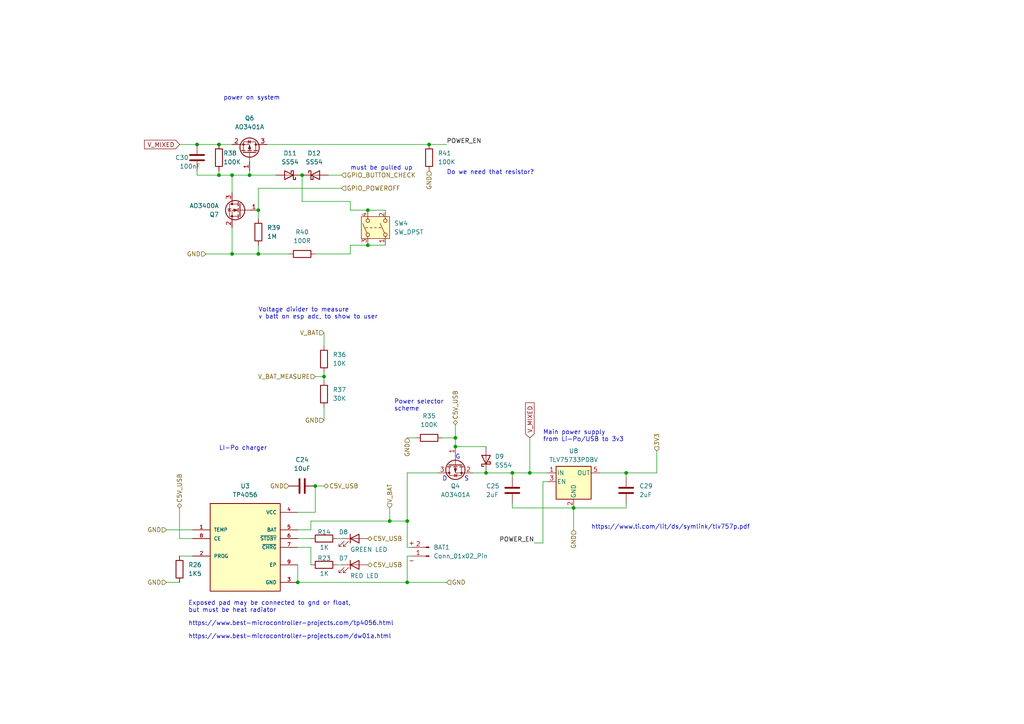
<source format=kicad_sch>
(kicad_sch (version 20230121) (generator eeschema)
  (paper "A4")
  (lib_symbols
    (symbol "Connector:Conn_01x02_Pin" (pin_names (offset 1.016) hide)
      (property "Reference" "BAT" (at -1.27 -2.54 0))
      (property "Value" "Conn_01x02_Pin" (at -1.27 0 0))
      (symbol "Conn_01x02_Pin_1_1"
        (polyline (pts (xy 1.27 -2.54) (xy 0.8636 -2.54)) (stroke (width 0.1524)))
        (polyline (pts (xy 1.27 0) (xy 0.8636 0)) (stroke (width 0.1524)))
        (rectangle (start 0.8636 -2.413) (end 0 -2.667) (stroke (width 0.1524)) (fill (type outline)))
        (rectangle (start 0.8636 0.127) (end 0 -0.127) (stroke (width 0.1524)) (fill (type outline)))
        (text "+" (at 5.08 -3.81 0) (effects (font (size 1.27 1.27))))
        (text "-" (at 5.08 1.27 0) (effects (font (size 1.27 1.27))))
        (pin passive line (at 5.08 0 180) (length 3.81) (name "Pin_1") (number "1"))
        (pin passive line (at 5.08 -2.54 180) (length 3.81) (name "Pin_2") (number "2"))
      )
    )
    (symbol "Device:C" (pin_numbers hide) (pin_names (offset 0.254))
      (property "Reference" "C" (at 0.635 2.54 0))
      (property "Value" "C" (at 0.635 -2.54 0))
      (symbol "C_0_1"
        (polyline (pts (xy -2.032 -0.762) (xy 2.032 -0.762)) (stroke (width 0.508)))
        (polyline (pts (xy -2.032 0.762) (xy 2.032 0.762)) (stroke (width 0.508)))
      )
      (symbol "C_1_1"
        (pin passive line (at 0 3.81 270) (length 2.794) (name "~") (number "1"))
        (pin passive line (at 0 -3.81 90) (length 2.794) (name "~") (number "2"))
      )
    )
    (symbol "Device:D_Schottky" (pin_numbers hide) (pin_names (offset 1.016) hide)
      (property "Reference" "D" (at 0 2.54 0))
      (property "Value" "D_Schottky" (at 0 -2.54 0))
      (symbol "D_Schottky_0_1"
        (polyline (pts (xy 1.27 0) (xy -1.27 0)))
        (polyline (pts (xy 1.27 1.27) (xy 1.27 -1.27) (xy -1.27 0) (xy 1.27 1.27)) (stroke (width 0.254)))
        (polyline (pts (xy -1.905 0.635) (xy -1.905 1.27) (xy -1.27 1.27) (xy -1.27 -1.27) (xy -0.635 -1.27) (xy -0.635 -0.635)) (stroke (width 0.254)))
      )
      (symbol "D_Schottky_1_1"
        (pin passive line (at -3.81 0 0) (length 2.54) (name "K") (number "1"))
        (pin passive line (at 3.81 0 180) (length 2.54) (name "A") (number "2"))
      )
    )
    (symbol "Device:LED" (pin_numbers hide) (pin_names (offset 1.016) hide)
      (property "Reference" "D" (at 0 2.54 0))
      (property "Value" "LED" (at 0 -2.54 0))
      (symbol "LED_0_1"
        (polyline (pts (xy -1.27 -1.27) (xy -1.27 1.27)) (stroke (width 0.254)))
        (polyline (pts (xy -1.27 0) (xy 1.27 0)))
        (polyline (pts (xy 1.27 -1.27) (xy 1.27 1.27) (xy -1.27 0) (xy 1.27 -1.27)) (stroke (width 0.254)))
        (polyline (pts (xy -3.048 -0.762) (xy -4.572 -2.286) (xy -3.81 -2.286) (xy -4.572 -2.286) (xy -4.572 -1.524)))
        (polyline (pts (xy -1.778 -0.762) (xy -3.302 -2.286) (xy -2.54 -2.286) (xy -3.302 -2.286) (xy -3.302 -1.524)))
      )
      (symbol "LED_1_1"
        (pin passive line (at -3.81 0 0) (length 2.54) (name "K") (number "1"))
        (pin passive line (at 3.81 0 180) (length 2.54) (name "A") (number "2"))
      )
    )
    (symbol "Device:R" (pin_numbers hide) (pin_names (offset 0))
      (property "Reference" "R" (at 2.032 0 90))
      (property "Value" "R" (at 0 0 90))
      (symbol "R_0_1"
        (rectangle (start -1.016 -2.54) (end 1.016 2.54) (stroke (width 0.254)))
      )
      (symbol "R_1_1"
        (pin passive line (at 0 3.81 270) (length 1.27) (name "~") (number "1"))
        (pin passive line (at 0 -3.81 90) (length 1.27) (name "~") (number "2"))
      )
    )
    (symbol "Diode:B340" (pin_numbers hide) (pin_names (offset 1.016) hide)
      (property "Reference" "D" (at 0 2.54 0))
      (property "Value" "B340" (at 0 -2.54 0))
      (symbol "B340_0_1"
        (polyline (pts (xy 1.27 0) (xy -1.27 0)))
        (polyline (pts (xy 1.27 1.27) (xy 1.27 -1.27) (xy -1.27 0) (xy 1.27 1.27)) (stroke (width 0.254)))
        (polyline (pts (xy -1.905 0.635) (xy -1.905 1.27) (xy -1.27 1.27) (xy -1.27 -1.27) (xy -0.635 -1.27) (xy -0.635 -0.635)) (stroke (width 0.254)))
      )
      (symbol "B340_1_1"
        (pin passive line (at -3.81 0 0) (length 2.54) (name "K") (number "1"))
        (pin passive line (at 3.81 0 180) (length 2.54) (name "A") (number "2"))
      )
    )
    (symbol "Regulator_Linear:TLV75733PDBV" (pin_names (offset 0.254))
      (property "Reference" "U" (at -3.81 5.715 0))
      (property "Value" "TLV75733PDBV" (at 0 5.715 0))
      (symbol "TLV75733PDBV_0_1"
        (rectangle (start -5.08 4.445) (end 5.08 -5.08) (stroke (width 0.254)) (fill (type background)))
      )
      (symbol "TLV75733PDBV_1_1"
        (pin power_in line (at -7.62 2.54 0) (length 2.54) (name "IN") (number "1"))
        (pin power_in line (at 0 -7.62 90) (length 2.54) (name "GND") (number "2"))
        (pin input line (at -7.62 0 0) (length 2.54) (name "EN") (number "3"))
        (pin no_connect line (at 5.08 0 180) (length 2.54) hide (name "NC") (number "4"))
        (pin power_out line (at 7.62 2.54 180) (length 2.54) (name "OUT") (number "5"))
      )
    )
    (symbol "Switch:SW_DPST" (pin_names (offset 0) hide)
      (property "Reference" "SW" (at 0 6.35 0))
      (property "Value" "SW_DPST" (at 0 -5.08 0))
      (symbol "SW_DPST_0_0"
        (circle (center -2.032 -2.54) (radius 0.508))
        (circle (center -2.032 2.54) (radius 0.508))
        (polyline (pts (xy -1.524 -2.286) (xy 1.27 -1.016)))
        (polyline (pts (xy -1.524 2.794) (xy 1.27 4.064)))
        (polyline (pts (xy 0 -1.27) (xy 0 -0.635)))
        (polyline (pts (xy 0 0) (xy 0 0.635)))
        (polyline (pts (xy 0 1.27) (xy 0 1.905)))
        (polyline (pts (xy 0 2.54) (xy 0 3.175)))
        (circle (center 2.032 -2.54) (radius 0.508))
        (circle (center 2.032 2.54) (radius 0.508))
      )
      (symbol "SW_DPST_1_1"
        (rectangle (start -3.175 4.445) (end 3.175 -3.81) (fill (type background)))
        (pin passive line (at -5.08 -2.54 0) (length 2.54) (name "1") (number "1"))
        (pin passive line (at 5.08 -2.54 180) (length 2.54) (name "2") (number "2"))
        (pin passive line (at -5.08 2.54 0) (length 2.54) (name "3") (number "3"))
        (pin passive line (at 5.08 2.54 180) (length 2.54) (name "4") (number "4"))
      )
    )
    (symbol "TP4056:TP4056" (pin_names (offset 1.016))
      (property "Reference" "U" (at -10.16 13.208 0))
      (property "Value" "TP4056" (at -10.16 -15.24 0))
      (symbol "TP4056_0_0"
        (rectangle (start -10.16 -12.7) (end 10.16 12.7) (stroke (width 0.254)) (fill (type background)))
        (pin input line (at -15.24 5.08 0) (length 5.08) (name "TEMP") (number "1"))
        (pin bidirectional line (at -15.24 -2.54 0) (length 5.08) (name "PROG") (number "2"))
        (pin power_in line (at 15.24 -10.16 180) (length 5.08) (name "GND") (number "3"))
        (pin power_in line (at 15.24 10.16 180) (length 5.08) (name "VCC") (number "4"))
        (pin output line (at 15.24 5.08 180) (length 5.08) (name "BAT") (number "5"))
        (pin output line (at 15.24 2.54 180) (length 5.08) (name "~{STDBY}") (number "6"))
        (pin output line (at 15.24 0 180) (length 5.08) (name "~{CHRG}") (number "7"))
        (pin input line (at -15.24 2.54 0) (length 5.08) (name "CE") (number "8"))
        (pin passive line (at 15.24 -5.08 180) (length 5.08) (name "EP") (number "9"))
      )
    )
    (symbol "Transistor_FET:AO3400A" (pin_names hide)
      (property "Reference" "Q" (at 5.08 1.905 0))
      (property "Value" "AO3400A" (at 5.08 0 0))
      (symbol "AO3400A_0_1"
        (polyline (pts (xy 0.254 0) (xy -2.54 0)))
        (polyline (pts (xy 0.254 1.905) (xy 0.254 -1.905)) (stroke (width 0.254)))
        (polyline (pts (xy 0.762 -1.27) (xy 0.762 -2.286)) (stroke (width 0.254)))
        (polyline (pts (xy 0.762 0.508) (xy 0.762 -0.508)) (stroke (width 0.254)))
        (polyline (pts (xy 0.762 2.286) (xy 0.762 1.27)) (stroke (width 0.254)))
        (polyline (pts (xy 2.54 2.54) (xy 2.54 1.778)))
        (polyline (pts (xy 2.54 -2.54) (xy 2.54 0) (xy 0.762 0)))
        (polyline (pts (xy 0.762 -1.778) (xy 3.302 -1.778) (xy 3.302 1.778) (xy 0.762 1.778)))
        (polyline (pts (xy 1.016 0) (xy 2.032 0.381) (xy 2.032 -0.381) (xy 1.016 0)) (fill (type outline)))
        (polyline (pts (xy 2.794 0.508) (xy 2.921 0.381) (xy 3.683 0.381) (xy 3.81 0.254)))
        (polyline (pts (xy 3.302 0.381) (xy 2.921 -0.254) (xy 3.683 -0.254) (xy 3.302 0.381)))
        (circle (center 1.651 0) (radius 2.794) (stroke (width 0.254)))
        (circle (center 2.54 -1.778) (radius 0.254) (fill (type outline)))
        (circle (center 2.54 1.778) (radius 0.254) (fill (type outline)))
      )
      (symbol "AO3400A_1_1"
        (pin input line (at -5.08 0 0) (length 2.54) (name "G") (number "1"))
        (pin passive line (at 2.54 -5.08 90) (length 2.54) (name "S") (number "2"))
        (pin passive line (at 2.54 5.08 270) (length 2.54) (name "D") (number "3"))
      )
    )
    (symbol "Transistor_FET:AO3401A" (pin_names hide)
      (property "Reference" "Q" (at 5.08 1.905 0))
      (property "Value" "AO3401A" (at 5.08 0 0))
      (symbol "AO3401A_0_1"
        (polyline (pts (xy 0.254 0) (xy -2.54 0)))
        (polyline (pts (xy 0.254 1.905) (xy 0.254 -1.905)) (stroke (width 0.254)))
        (polyline (pts (xy 0.762 -1.27) (xy 0.762 -2.286)) (stroke (width 0.254)))
        (polyline (pts (xy 0.762 0.508) (xy 0.762 -0.508)) (stroke (width 0.254)))
        (polyline (pts (xy 0.762 2.286) (xy 0.762 1.27)) (stroke (width 0.254)))
        (polyline (pts (xy 2.54 2.54) (xy 2.54 1.778)))
        (polyline (pts (xy 2.54 -2.54) (xy 2.54 0) (xy 0.762 0)))
        (polyline (pts (xy 0.762 1.778) (xy 3.302 1.778) (xy 3.302 -1.778) (xy 0.762 -1.778)))
        (polyline (pts (xy 2.286 0) (xy 1.27 0.381) (xy 1.27 -0.381) (xy 2.286 0)) (fill (type outline)))
        (polyline (pts (xy 2.794 -0.508) (xy 2.921 -0.381) (xy 3.683 -0.381) (xy 3.81 -0.254)))
        (polyline (pts (xy 3.302 -0.381) (xy 2.921 0.254) (xy 3.683 0.254) (xy 3.302 -0.381)))
        (circle (center 1.651 0) (radius 2.794) (stroke (width 0.254)))
        (circle (center 2.54 -1.778) (radius 0.254) (fill (type outline)))
        (circle (center 2.54 1.778) (radius 0.254) (fill (type outline)))
      )
      (symbol "AO3401A_1_1"
        (pin input line (at -5.08 0 0) (length 2.54) (name "G") (number "1"))
        (pin passive line (at 2.54 -5.08 90) (length 2.54) (name "S") (number "2"))
        (pin passive line (at 2.54 5.08 270) (length 2.54) (name "D") (number "3"))
      )
    )
  )
  (junction (at 87.63 50.8))
  (junction (at 74.93 73.66))
  (junction (at 67.31 50.8))
  (junction (at 63.5 41.91))
  (junction (at 91.44 140.97))
  (junction (at 106.68 60.96))
  (junction (at 153.67 137.16))
  (junction (at 140.97 137.16))
  (junction (at 86.36 168.91))
  (junction (at 118.11 151.13))
  (junction (at 74.93 60.96))
  (junction (at 72.39 50.8))
  (junction (at 132.08 129.54))
  (junction (at 63.5 50.8))
  (junction (at 118.11 168.91))
  (junction (at 181.61 137.16))
  (junction (at 124.46 41.91))
  (junction (at 93.98 109.22))
  (junction (at 132.08 127))
  (junction (at 113.03 151.13))
  (junction (at 106.68 71.12))
  (junction (at 148.59 137.16))
  (junction (at 57.15 41.91))
  (junction (at 166.37 147.32))
  (junction (at 67.31 73.66))
  (wire (pts (xy 118.11 151.13) (xy 118.11 158.75)))
  (wire (pts (xy 72.39 49.53) (xy 72.39 50.8)))
  (wire (pts (xy 113.03 151.13) (xy 118.11 151.13)))
  (wire (pts (xy 67.31 66.04) (xy 67.31 73.66)))
  (wire (pts (xy 128.27 127) (xy 132.08 127)))
  (wire (pts (xy 148.59 146.05) (xy 148.59 147.32)))
  (wire (pts (xy 148.59 138.43) (xy 148.59 137.16)))
  (wire (pts (xy 148.59 147.32) (xy 166.37 147.32)))
  (wire (pts (xy 101.6 60.96) (xy 106.68 60.96)))
  (wire (pts (xy 74.93 54.61) (xy 99.06 54.61)))
  (wire (pts (xy 157.48 139.7) (xy 158.75 139.7)))
  (wire (pts (xy 86.36 168.91) (xy 118.11 168.91)))
  (wire (pts (xy 67.31 73.66) (xy 74.93 73.66)))
  (wire (pts (xy 166.37 147.32) (xy 166.37 153.67)))
  (wire (pts (xy 106.68 71.12) (xy 111.76 71.12)))
  (wire (pts (xy 93.98 107.95) (xy 93.98 109.22)))
  (wire (pts (xy 74.93 54.61) (xy 74.93 60.96)))
  (wire (pts (xy 157.48 157.48) (xy 157.48 139.7)))
  (wire (pts (xy 86.36 163.83) (xy 86.36 168.91)))
  (wire (pts (xy 101.6 71.12) (xy 106.68 71.12)))
  (wire (pts (xy 90.17 151.13) (xy 113.03 151.13)))
  (wire (pts (xy 72.39 50.8) (xy 80.01 50.8)))
  (wire (pts (xy 86.36 158.75) (xy 90.17 158.75)))
  (wire (pts (xy 190.5 130.81) (xy 190.5 137.16)))
  (wire (pts (xy 52.07 156.21) (xy 52.07 147.32)))
  (wire (pts (xy 124.46 41.91) (xy 129.54 41.91)))
  (wire (pts (xy 118.11 168.91) (xy 129.54 168.91)))
  (wire (pts (xy 118.11 161.29) (xy 118.11 168.91)))
  (wire (pts (xy 99.06 163.83) (xy 97.79 163.83)))
  (wire (pts (xy 93.98 109.22) (xy 93.98 110.49)))
  (wire (pts (xy 181.61 137.16) (xy 190.5 137.16)))
  (wire (pts (xy 101.6 58.42) (xy 87.63 58.42)))
  (wire (pts (xy 181.61 147.32) (xy 181.61 146.05)))
  (wire (pts (xy 67.31 50.8) (xy 67.31 55.88)))
  (wire (pts (xy 153.67 127) (xy 153.67 137.16)))
  (wire (pts (xy 63.5 50.8) (xy 67.31 50.8)))
  (wire (pts (xy 181.61 138.43) (xy 181.61 137.16)))
  (wire (pts (xy 91.44 109.22) (xy 93.98 109.22)))
  (wire (pts (xy 132.08 129.54) (xy 140.97 129.54)))
  (wire (pts (xy 140.97 137.16) (xy 148.59 137.16)))
  (wire (pts (xy 118.11 161.29) (xy 119.38 161.29)))
  (wire (pts (xy 137.16 137.16) (xy 140.97 137.16)))
  (wire (pts (xy 101.6 73.66) (xy 101.6 71.12)))
  (wire (pts (xy 52.07 41.91) (xy 57.15 41.91)))
  (wire (pts (xy 118.11 137.16) (xy 118.11 151.13)))
  (wire (pts (xy 57.15 49.53) (xy 57.15 50.8)))
  (wire (pts (xy 86.36 153.67) (xy 90.17 153.67)))
  (wire (pts (xy 91.44 73.66) (xy 101.6 73.66)))
  (wire (pts (xy 99.06 156.21) (xy 97.79 156.21)))
  (wire (pts (xy 148.59 137.16) (xy 153.67 137.16)))
  (wire (pts (xy 132.08 123.19) (xy 132.08 127)))
  (wire (pts (xy 86.36 156.21) (xy 90.17 156.21)))
  (wire (pts (xy 55.88 156.21) (xy 52.07 156.21)))
  (wire (pts (xy 166.37 147.32) (xy 181.61 147.32)))
  (wire (pts (xy 101.6 58.42) (xy 101.6 60.96)))
  (wire (pts (xy 59.69 73.66) (xy 67.31 73.66)))
  (wire (pts (xy 113.03 147.32) (xy 113.03 151.13)))
  (wire (pts (xy 74.93 60.96) (xy 74.93 63.5)))
  (wire (pts (xy 95.25 50.8) (xy 99.06 50.8)))
  (wire (pts (xy 154.94 157.48) (xy 157.48 157.48)))
  (wire (pts (xy 93.98 118.11) (xy 93.98 121.92)))
  (wire (pts (xy 93.98 96.52) (xy 93.98 100.33)))
  (wire (pts (xy 63.5 41.91) (xy 67.31 41.91)))
  (wire (pts (xy 90.17 153.67) (xy 90.17 151.13)))
  (wire (pts (xy 127 137.16) (xy 118.11 137.16)))
  (wire (pts (xy 173.99 137.16) (xy 181.61 137.16)))
  (wire (pts (xy 87.63 50.8) (xy 87.63 58.42)))
  (wire (pts (xy 77.47 41.91) (xy 124.46 41.91)))
  (wire (pts (xy 52.07 161.29) (xy 55.88 161.29)))
  (wire (pts (xy 63.5 49.53) (xy 63.5 50.8)))
  (wire (pts (xy 57.15 41.91) (xy 63.5 41.91)))
  (wire (pts (xy 153.67 137.16) (xy 158.75 137.16)))
  (wire (pts (xy 91.44 140.97) (xy 91.44 148.59)))
  (wire (pts (xy 67.31 50.8) (xy 72.39 50.8)))
  (wire (pts (xy 90.17 158.75) (xy 90.17 163.83)))
  (wire (pts (xy 118.11 158.75) (xy 119.38 158.75)))
  (wire (pts (xy 93.98 140.97) (xy 91.44 140.97)))
  (wire (pts (xy 57.15 50.8) (xy 63.5 50.8)))
  (wire (pts (xy 74.93 73.66) (xy 83.82 73.66)))
  (wire (pts (xy 106.68 60.96) (xy 111.76 60.96)))
  (wire (pts (xy 91.44 148.59) (xy 86.36 148.59)))
  (wire (pts (xy 118.11 127) (xy 120.65 127)))
  (wire (pts (xy 74.93 71.12) (xy 74.93 73.66)))
  (wire (pts (xy 48.26 168.91) (xy 52.07 168.91)))
  (wire (pts (xy 48.26 153.67) (xy 55.88 153.67)))
  (wire (pts (xy 132.08 127) (xy 132.08 129.54)))
  (text "must be pulled up" (at 101.6 49.53 0) (effects (font (size 1.27 1.27)) (justify left bottom)))
  (text "D" (at 128.27 139.7 0) (effects (font (size 1.27 1.27)) (justify left bottom)))
  (text "https://www.best-microcontroller-projects.com/dw01a.html" (at 54.61 185.42 0) (effects (font (size 1.27 1.27)) (justify left bottom)))
  (text "Do we need that resistor?" (at 129.54 50.8 0) (effects (font (size 1.27 1.27)) (justify left bottom)))
  (text "S" (at 134.62 139.7 0) (effects (font (size 1.27 1.27)) (justify left bottom)))
  (text "Voltage divider to measure\nv batt on esp adc, to show to user" (at 74.93 92.71 0) (effects (font (size 1.27 1.27)) (justify left bottom)))
  (text "https://www.best-microcontroller-projects.com/tp4056.html" (at 54.61 181.61 0) (effects (font (size 1.27 1.27)) (justify left bottom)))
  (text "LI-Po charger" (at 63.5 130.81 0) (effects (font (size 1.27 1.27)) (justify left bottom)))
  (text "https://www.ti.com/lit/ds/symlink/tlv757p.pdf" (at 171.45 153.67 0) (effects (font (size 1.27 1.27)) (justify left bottom)))
  (text "power on system" (at 64.77 29.21 0) (effects (font (size 1.27 1.27)) (justify left bottom)))
  (text "Exposed pad may be connected to gnd or float,\nbut must be heat radiator " (at 54.61 177.8 0) (effects (font (size 1.27 1.27)) (justify left bottom)))
  (text "Power selector \nscheme" (at 114.3 119.38 0) (effects (font (size 1.27 1.27)) (justify left bottom)))
  (text "G" (at 132.08 133.35 0) (effects (font (size 1.27 1.27)) (justify left bottom)))
  (text "Main power supply\nfrom Li-Po/USB to 3v3 " (at 157.48 128.27 0) (effects (font (size 1.27 1.27)) (justify left bottom)))
  (label "POWER_EN" (at 129.54 41.91 0))
  (label "POWER_EN" (at 154.94 157.48 180))
  (global_label "V_MIXED" (shape input) (at 52.07 41.91 180) (property "Intersheetrefs" "${INTERSHEET_REFS}" (effects hide)))
  (global_label "V_MIXED" (shape input) (at 153.67 127 90) (property "Intersheetrefs" "${INTERSHEET_REFS}" (effects hide)))
  (hierarchical_label "V_BAT" (shape input) (at 93.98 96.52 180))
  (hierarchical_label "GPIO_BUTTON_CHECK" (shape input) (at 99.06 50.8 0))
  (hierarchical_label "GND" (shape input) (at 59.69 73.66 180))
  (hierarchical_label "GPIO_POWEROFF" (shape input) (at 99.06 54.61 0))
  (hierarchical_label "GND" (shape input) (at 48.26 153.67 180))
  (hierarchical_label "GND" (shape input) (at 129.54 168.91 0))
  (hierarchical_label "V_BAT" (shape input) (at 113.03 147.32 90))
  (hierarchical_label "C5V_USB" (shape bidirectional) (at 93.98 140.97 0))
  (hierarchical_label "GND" (shape input) (at 48.26 168.91 180))
  (hierarchical_label "GND" (shape input) (at 93.98 121.92 180))
  (hierarchical_label "C5V_USB" (shape bidirectional) (at 52.07 147.32 90))
  (hierarchical_label "C5V_USB" (shape bidirectional) (at 106.68 163.83 0))
  (hierarchical_label "3V3" (shape input) (at 190.5 130.81 90))
  (hierarchical_label "GND" (shape input) (at 124.46 49.53 270))
  (hierarchical_label "GND" (shape input) (at 118.11 127 270))
  (hierarchical_label "V_BAT_MEASURE" (shape input) (at 91.44 109.22 180))
  (hierarchical_label "GND" (shape input) (at 166.37 153.67 270))
  (hierarchical_label "C5V_USB" (shape bidirectional) (at 106.68 156.21 0))
  (hierarchical_label "C5V_USB" (shape bidirectional) (at 132.08 123.19 90))
  (hierarchical_label "GND" (shape input) (at 83.82 140.97 180))
  (symbol (lib_id "Device:R") (at 52.07 165.1 0) (unit 1)
    (property "Reference" "R26" (at 54.61 163.83 0) (effects (justify left)))
    (property "Value" "1K5" (at 54.61 166.37 0) (effects (justify left)))
    (property "Footprint" "Resistor_SMD:R_0805_2012Metric" (effects hide))
  )
  (symbol (lib_id "Transistor_FET:AO3401A") (at 132.08 134.62 90) (mirror x) (unit 1)
    (property "Reference" "Q4" (at 132.08 140.97 90))
    (property "Value" "AO3401A" (at 132.08 143.51 90))
    (property "Footprint" "Package_TO_SOT_SMD:SOT-23" (effects hide))
    (property "Datasheet" "http://www.aosmd.com/pdfs/datasheet/AO3401A.pdf" (effects hide))
  )
  (symbol (lib_id "Device:R") (at 93.98 114.3 0) (unit 1)
    (property "Reference" "R37" (at 96.52 113.03 0) (effects (justify left)))
    (property "Value" "30K" (at 96.52 115.57 0) (effects (justify left)))
    (property "Footprint" "Resistor_SMD:R_0805_2012Metric" (effects hide))
  )
  (symbol (lib_id "Device:R") (at 93.98 104.14 0) (unit 1)
    (property "Reference" "R36" (at 96.52 102.87 0) (effects (justify left)))
    (property "Value" "10K" (at 96.52 105.41 0) (effects (justify left)))
    (property "Footprint" "Resistor_SMD:R_0805_2012Metric" (effects hide))
  )
  (symbol (lib_id "Device:R") (at 63.5 45.72 0) (unit 1)
    (property "Reference" "R38" (at 64.77 44.45 0) (effects (justify left)))
    (property "Value" "100K" (at 64.77 46.99 0) (effects (justify left)))
    (property "Footprint" "Resistor_SMD:R_0805_2012Metric" (effects hide))
  )
  (symbol (lib_id "Device:R") (at 124.46 127 270) (unit 1)
    (property "Reference" "R35" (at 124.46 120.65 90))
    (property "Value" "100K" (at 124.46 123.19 90))
    (property "Footprint" "Resistor_SMD:R_0805_2012Metric" (effects hide))
  )
  (symbol (lib_id "Device:LED") (at 102.87 156.21 0) (unit 1)
    (property "Reference" "D8" (at 100.965 154.305 0) (effects (justify right)))
    (property "Value" "GREEN LED" (at 112.395 159.385 0) (effects (justify right)))
    (property "Footprint" "LED_SMD:LED_0805_2012Metric" (effects hide))
  )
  (symbol (lib_id "Device:C") (at 181.61 142.24 0) (unit 1)
    (property "Reference" "C29" (at 185.42 140.97 0) (effects (justify left)))
    (property "Value" "2uF" (at 185.42 143.51 0) (effects (justify left)))
    (property "Footprint" "Capacitor_SMD:C_0805_2012Metric" (effects hide))
  )
  (symbol (lib_id "Device:R") (at 124.46 45.72 0) (unit 1)
    (property "Reference" "R41" (at 127 44.45 0) (effects (justify left)))
    (property "Value" "100K" (at 127 46.99 0) (effects (justify left)))
    (property "Footprint" "Resistor_SMD:R_0805_2012Metric" (effects hide))
  )
  (symbol (lib_id "Diode:B340") (at 91.44 50.8 0) (unit 1)
    (property "Reference" "D12" (at 91.1225 44.45 0))
    (property "Value" "SS54" (at 91.1225 46.99 0))
    (property "Footprint" "Diode_SMD:D_SMA" (effects hide))
    (property "Datasheet" "http://www.jameco.com/Jameco/Products/ProdDS/1538777.pdf" (effects hide))
  )
  (symbol (lib_id "Device:R") (at 93.98 156.21 270) (unit 1)
    (property "Reference" "R14" (at 92.075 154.305 90) (effects (justify left)))
    (property "Value" "1K" (at 92.71 158.75 90) (effects (justify left)))
    (property "Footprint" "Resistor_SMD:R_0805_2012Metric" (effects hide))
  )
  (symbol (lib_id "Device:LED") (at 102.87 163.83 0) (unit 1)
    (property "Reference" "D7" (at 100.965 161.925 0) (effects (justify right)))
    (property "Value" "RED LED" (at 109.855 167.005 0) (effects (justify right)))
    (property "Footprint" "LED_SMD:LED_0805_2012Metric" (effects hide))
  )
  (symbol (lib_id "Device:C") (at 57.15 45.72 0) (unit 1)
    (property "Reference" "C30" (at 50.8 45.72 0) (effects (justify left)))
    (property "Value" "100nF" (at 52.07 48.26 0) (effects (justify left)))
    (property "Footprint" "Capacitor_SMD:C_0805_2012Metric" (effects hide))
  )
  (symbol (lib_id "Regulator_Linear:TLV75733PDBV") (at 166.37 139.7 0) (unit 1)
    (property "Reference" "U8" (at 166.37 130.81 0))
    (property "Value" "TLV75733PDBV" (at 166.37 133.35 0))
    (property "Footprint" "Package_TO_SOT_SMD:SOT-23-5" (effects hide))
    (property "Datasheet" "https://www.ti.com/lit/ds/symlink/tlv757p.pdf" (effects hide))
  )
  (symbol (lib_id "Device:D_Schottky") (at 140.97 133.35 90) (unit 1)
    (property "Reference" "D9" (at 143.51 132.3975 90) (effects (justify right)))
    (property "Value" "SS54" (at 143.51 134.9375 90) (effects (justify right)))
    (property "Footprint" "Diode_SMD:D_SMA" (effects hide))
  )
  (symbol (lib_id "TP4056:TP4056") (at 71.12 158.75 0) (unit 1)
    (property "Reference" "U3" (at 71.12 140.97 0))
    (property "Value" "TP4056" (at 71.12 143.51 0))
    (property "Footprint" "TP4056:SOP127P600X175-9N" (effects hide))
    (property "MF" "NanJing Top Power ASIC Corp." (effects hide))
    (property "MAXIMUM_PACKAGE_HEIGHT" "1.75mm" (effects hide))
    (property "Package" "Package" (effects hide))
    (property "Price" "None" (effects hide))
    (property "Check_prices" "https://www.snapeda.com/parts/TP4056/NanJing+Top+Power+ASIC+Corp./view-part/?ref=eda" (effects hide))
    (property "STANDARD" "IPC 7351B" (effects hide))
    (property "SnapEDA_Link" "https://www.snapeda.com/parts/TP4056/NanJing+Top+Power+ASIC+Corp./view-part/?ref=snap" (effects hide))
    (property "MP" "TP4056" (effects hide))
    (property "Description" "\nComplete single cell Li-Ion battery with a constant current / constant voltage linear charger\n" (effects hide))
    (property "Availability" "Not in stock" (effects hide))
    (property "MANUFACTURER" "NanJing Top Power ASIC Corp." (effects hide))
  )
  (symbol (lib_id "Diode:B340") (at 83.82 50.8 180) (unit 1)
    (property "Reference" "D11" (at 84.1375 44.45 0))
    (property "Value" "SS54" (at 84.1375 46.99 0))
    (property "Footprint" "Diode_SMD:D_SMA" (effects hide))
    (property "Datasheet" "http://www.jameco.com/Jameco/Products/ProdDS/1538777.pdf" (effects hide))
  )
  (symbol (lib_id "Switch:SW_DPST") (at 109.22 66.04 90) (unit 1)
    (property "Reference" "SW4" (at 114.3 64.77 90) (effects (justify right)))
    (property "Value" "SW_DPST" (at 114.3 67.31 90) (effects (justify right)))
    (property "Footprint" "Button_Switch_SMD:SW_Push_1P1T_NO_6x6mm_H9.5mm" (effects hide))
  )
  (symbol (lib_id "Device:R") (at 93.98 163.83 270) (unit 1)
    (property "Reference" "R23" (at 92.075 161.925 90) (effects (justify left)))
    (property "Value" "1K" (at 92.71 166.37 90) (effects (justify left)))
    (property "Footprint" "Resistor_SMD:R_0805_2012Metric" (effects hide))
  )
  (symbol (lib_id "Device:C") (at 87.63 140.97 270) (unit 1)
    (property "Reference" "C24" (at 87.63 133.35 90))
    (property "Value" "10uF" (at 87.63 135.89 90))
    (property "Footprint" "Capacitor_SMD:C_0805_2012Metric" (effects hide))
  )
  (symbol (lib_id "Transistor_FET:AO3401A") (at 72.39 44.45 270) (mirror x) (unit 1)
    (property "Reference" "Q6" (at 72.39 34.29 90))
    (property "Value" "AO3401A" (at 72.39 36.83 90))
    (property "Footprint" "Package_TO_SOT_SMD:SOT-23" (effects hide))
    (property "Datasheet" "http://www.aosmd.com/pdfs/datasheet/AO3401A.pdf" (effects hide))
  )
  (symbol (lib_id "Device:R") (at 87.63 73.66 270) (unit 1)
    (property "Reference" "R40" (at 87.63 67.31 90))
    (property "Value" "100R" (at 87.63 69.85 90))
    (property "Footprint" "Resistor_SMD:R_0805_2012Metric" (effects hide))
  )
  (symbol (lib_id "Connector:Conn_01x02_Pin") (at 124.46 161.29 180) (unit 1)
    (property "Reference" "BAT1" (at 125.73 158.75 0) (effects (justify right)))
    (property "Value" "Conn_01x02_Pin" (at 125.73 161.29 0) (effects (justify right)))
    (property "Footprint" "Connector_PinHeader_2.54mm:PinHeader_1x02_P2.54mm_Vertical" (effects hide))
  )
  (symbol (lib_id "Transistor_FET:AO3400A") (at 69.85 60.96 0) (mirror y) (unit 1)
    (property "Reference" "Q7" (at 63.5 62.23 0) (effects (justify left)))
    (property "Value" "AO3400A" (at 63.5 59.69 0) (effects (justify left)))
    (property "Footprint" "Package_TO_SOT_SMD:SOT-23" (effects hide))
    (property "Datasheet" "http://www.aosmd.com/pdfs/datasheet/AO3400A.pdf" (effects hide))
  )
  (symbol (lib_id "Device:R") (at 74.93 67.31 0) (unit 1)
    (property "Reference" "R39" (at 77.47 66.0399 0) (effects (justify left)))
    (property "Value" "1M" (at 77.47 68.5799 0) (effects (justify left)))
    (property "Footprint" "Resistor_SMD:R_0805_2012Metric" (effects hide))
  )
  (symbol (lib_id "Device:C") (at 148.59 142.24 0) (unit 1)
    (property "Reference" "C25" (at 140.97 140.97 0) (effects (justify left)))
    (property "Value" "2uF" (at 140.97 143.51 0) (effects (justify left)))
    (property "Footprint" "Capacitor_SMD:C_0805_2012Metric" (effects hide))
  )
)
</source>
